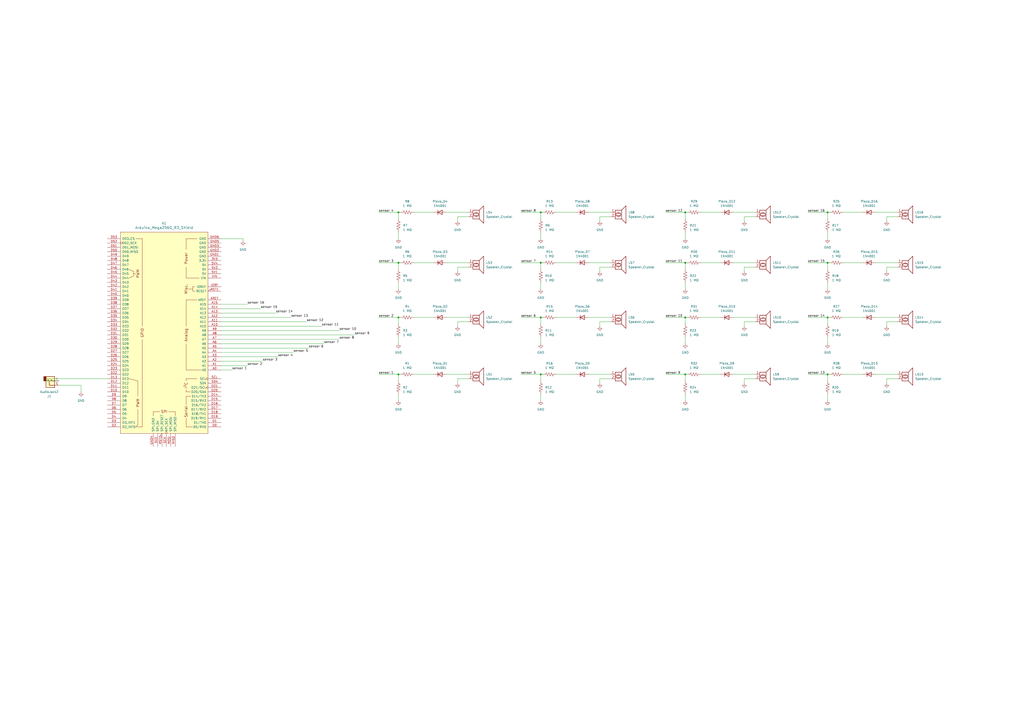
<source format=kicad_sch>
(kicad_sch (version 20230121) (generator eeschema)
  (paper "A2")
  (title_block (title "ENT3320_Schematic") (date "2024-03-21") (rev "3"))
  (lib_symbols
    (symbol "Connector_Audio:AudioJack2"
      (property "Reference" "J" (at 0 8.89 0))
      (property "Value" "AudioJack2" (at 0 6.35 0))
      (symbol "AudioJack2_0_1"
        (rectangle (start -3.81 0) (end -2.54 -2.54) (stroke (width 0.254)) (fill (type outline)))
        (rectangle (start -2.54 3.81) (end 2.54 -2.54) (stroke (width 0.254)) (fill (type background)))
        (polyline (pts (xy 0 0) (xy 0.635 -0.635) (xy 1.27 0) (xy 2.54 0)) (stroke (width 0.254)))
        (polyline (pts (xy 2.54 2.54) (xy -0.635 2.54) (xy -0.635 0) (xy -1.27 -0.635) (xy -1.905 0)) (stroke (width 0.254)))
      )
      (symbol "AudioJack2_1_1"
        (pin passive line (at 5.08 2.54 180) (length 2.54) (name "~") (number "S"))
        (pin passive line (at 5.08 0 180) (length 2.54) (name "~") (number "T"))
      )
    )
    (symbol "Device:R_US" (pin_numbers hide) (pin_names (offset 0))
      (property "Reference" "R" (at 2.54 0 90))
      (property "Value" "R_US" (at -2.54 0 90))
      (symbol "R_US_0_1"
        (polyline (pts (xy 0 -2.286) (xy 0 -2.54)))
        (polyline (pts (xy 0 2.286) (xy 0 2.54)))
        (polyline (pts (xy 0 -0.762) (xy 1.016 -1.143) (xy 0 -1.524) (xy -1.016 -1.905) (xy 0 -2.286)))
        (polyline (pts (xy 0 0.762) (xy 1.016 0.381) (xy 0 0) (xy -1.016 -0.381) (xy 0 -0.762)))
        (polyline (pts (xy 0 2.286) (xy 1.016 1.905) (xy 0 1.524) (xy -1.016 1.143) (xy 0 0.762)))
      )
      (symbol "R_US_1_1"
        (pin passive line (at 0 3.81 270) (length 1.27) (name "~") (number "1"))
        (pin passive line (at 0 -3.81 90) (length 1.27) (name "~") (number "2"))
      )
    )
    (symbol "Device:Speaker_Crystal" (pin_names (offset 0) hide)
      (property "Reference" "LS" (at 0.635 5.715 0))
      (property "Value" "Speaker_Crystal" (at 0.635 3.81 0))
      (symbol "Speaker_Crystal_0_0"
        (rectangle (start -2.54 1.27) (end 1.143 -3.81) (stroke (width 0.254)))
        (rectangle (start -2.032 -0.635) (end 0.635 -1.905) (stroke (width 0.254)))
        (polyline (pts (xy -1.651 -2.286) (xy 0.381 -2.286)))
        (polyline (pts (xy -1.651 -0.254) (xy 0.381 -0.254)))
        (polyline (pts (xy -0.635 -2.286) (xy -0.635 -3.048)))
        (polyline (pts (xy -0.635 -0.254) (xy -0.635 0.508)))
        (polyline (pts (xy 1.143 1.27) (xy 3.683 3.81) (xy 3.683 -6.35) (xy 1.143 -3.81)) (stroke (width 0.254)))
      )
      (symbol "Speaker_Crystal_1_1"
        (pin input line (at -5.08 0 0) (length 2.54) (name "1") (number "1"))
        (pin input line (at -5.08 -2.54 0) (length 2.54) (name "2") (number "2"))
      )
    )
    (symbol "Diode:1N4001" (pin_numbers hide) (pin_names hide)
      (property "Reference" "D" (at 0 2.54 0))
      (property "Value" "1N4001" (at 0 -2.54 0))
      (symbol "1N4001_0_1"
        (polyline (pts (xy -1.27 1.27) (xy -1.27 -1.27)) (stroke (width 0.254)))
        (polyline (pts (xy 1.27 0) (xy -1.27 0)))
        (polyline (pts (xy 1.27 1.27) (xy 1.27 -1.27) (xy -1.27 0) (xy 1.27 1.27)) (stroke (width 0.254)))
      )
      (symbol "1N4001_1_1"
        (pin passive line (at -3.81 0 0) (length 2.54) (name "K") (number "1"))
        (pin passive line (at 3.81 0 180) (length 2.54) (name "A") (number "2"))
      )
    )
    (symbol "PCM_arduino-library:Arduino_Mega2560_R3_Shield" (pin_names (offset 1.016))
      (property "Reference" "A" (at 0 -62.23 0))
      (property "Value" "Arduino_Mega2560_R3_Shield" (at 0 -66.04 0))
      (symbol "Arduino_Mega2560_R3_Shield_0_0"
        (rectangle (start -25.4 -58.42) (end 25.4 58.42) (fill (type background)))
        (rectangle (start -20.32 -31.75) (end -12.7 -31.75))
        (rectangle (start -19.05 -54.61) (end -12.7 -54.61))
        (rectangle (start -19.05 -19.05) (end -12.7 -19.05))
        (rectangle (start -19.05 26.67) (end -12.7 26.67))
        (rectangle (start -17.78 -26.67) (end -16.51 -26.67))
        (rectangle (start -17.78 -24.13) (end -16.51 -24.13))
        (rectangle (start -16.51 -25.4) (end -13.97 -25.4))
        (rectangle (start -16.51 -24.13) (end -16.51 -26.67))
        (rectangle (start -16.51 54.61) (end -12.7 54.61))
        (rectangle (start -15.24 34.29) (end -12.7 34.29))
        (rectangle (start -15.24 36.83) (end -12.7 36.83))
        (rectangle (start -12.7 -54.61) (end -12.7 -48.26))
        (rectangle (start -12.7 -31.75) (end -12.7 -38.1))
        (rectangle (start -12.7 26.67) (end -12.7 27.94))
        (rectangle (start -12.7 34.29) (end -12.7 33.02))
        (rectangle (start -12.7 41.91) (end -12.7 36.83))
        (rectangle (start -12.7 49.53) (end -12.7 54.61))
        (rectangle (start -6.35 48.26) (end -6.35 45.72))
        (rectangle (start -2.54 45.72) (end -6.35 45.72))
        (polyline (pts (xy -21.59 21.59) (xy -12.7 21.59)))
        (polyline (pts (xy -12.7 -19.05) (xy -12.7 -3.81)))
        (polyline (pts (xy -12.7 6.35) (xy -12.7 21.59)))
        (polyline (pts (xy 12.7 -54.61) (xy 16.51 -54.61)))
        (polyline (pts (xy 12.7 54.61) (xy 16.51 54.61)))
        (polyline (pts (xy 17.78 -34.29) (xy 16.51 -34.29)))
        (polyline (pts (xy 15.24 36.83) (xy 15.24 27.94) (xy 20.32 26.67)))
        (polyline (pts (xy 15.24 44.45) (xy 15.24 53.34) (xy 16.51 54.61)))
        (polyline (pts (xy 20.32 -31.75) (xy 17.78 -33.02) (xy 17.78 -35.56) (xy 20.32 -36.83)))
        (rectangle (start 6.35 45.72) (end 2.54 45.72))
        (rectangle (start 6.35 48.26) (end 6.35 45.72))
        (text "Analog" (at -12.7 1.27 900) (effects (font (size 1.524 1.524))))
        (text "I²C" (at -12.7 30.48 900) (effects (font (size 1.524 1.524))))
        (text "Misc." (at -12.7 -25.4 900) (effects (font (size 1.524 1.524))))
        (text "Power" (at -12.7 -43.18 900) (effects (font (size 1.524 1.524))))
        (text "PWM" (at 15.24 -34.29 900) (effects (font (size 1.524 1.524))))
        (text "PWM" (at 15.24 40.64 900) (effects (font (size 1.524 1.524))))
        (text "Serial" (at -12.7 45.72 900) (effects (font (size 1.524 1.524))))
        (text "SPI" (at 0 45.72 0) (effects (font (size 1.524 1.524))))
      )
      (symbol "Arduino_Mega2560_R3_Shield_1_0"
        (rectangle (start 12.7 -54.61) (end 12.7 -3.81))
        (rectangle (start 12.7 54.61) (end 12.7 3.81))
        (text "GPIO" (at 12.7 0 900) (effects (font (size 1.524 1.524))))
      )
      (symbol "Arduino_Mega2560_R3_Shield_1_1"
        (pin power_out line (at -33.02 -41.91 0) (length 7.62) (name "3.3V") (number "3V3"))
        (pin power_in line (at -33.02 -34.29 0) (length 7.62) (name "5V") (number "5V1"))
        (pin power_in line (at 3.81 66.04 270) (length 7.62) (name "SPI_5V") (number "5V2"))
        (pin power_in line (at -33.02 -36.83 0) (length 7.62) (name "5V") (number "5V3"))
        (pin power_in line (at -33.02 -39.37 0) (length 7.62) (name "5V") (number "5V4"))
        (pin bidirectional line (at -33.02 21.59 0) (length 7.62) (name "A0") (number "A0"))
        (pin bidirectional line (at -33.02 19.05 0) (length 7.62) (name "A1") (number "A1"))
        (pin bidirectional line (at -33.02 -3.81 0) (length 7.62) (name "A10") (number "A10"))
        (pin bidirectional line (at -33.02 -6.35 0) (length 7.62) (name "A11") (number "A11"))
        (pin bidirectional line (at -33.02 -8.89 0) (length 7.62) (name "A12") (number "A12"))
        (pin bidirectional line (at -33.02 -11.43 0) (length 7.62) (name "A13") (number "A13"))
        (pin bidirectional line (at -33.02 -13.97 0) (length 7.62) (name "A14") (number "A14"))
        (pin bidirectional line (at -33.02 -16.51 0) (length 7.62) (name "A15") (number "A15"))
        (pin bidirectional line (at -33.02 16.51 0) (length 7.62) (name "A2") (number "A2"))
        (pin bidirectional line (at -33.02 13.97 0) (length 7.62) (name "A3") (number "A3"))
        (pin bidirectional line (at -33.02 11.43 0) (length 7.62) (name "A4") (number "A4"))
        (pin bidirectional line (at -33.02 8.89 0) (length 7.62) (name "A5") (number "A5"))
        (pin bidirectional line (at -33.02 6.35 0) (length 7.62) (name "A6") (number "A6"))
        (pin bidirectional line (at -33.02 3.81 0) (length 7.62) (name "A7") (number "A7"))
        (pin bidirectional line (at -33.02 1.27 0) (length 7.62) (name "A8") (number "A8"))
        (pin bidirectional line (at -33.02 -1.27 0) (length 7.62) (name "A9") (number "A9"))
        (pin input line (at -33.02 -19.05 0) (length 7.62) (name "AREF") (number "AREF"))
        (pin bidirectional line (at -33.02 54.61 0) (length 7.62) (name "D0/RX0") (number "D0"))
        (pin bidirectional line (at -33.02 52.07 0) (length 7.62) (name "D1/TX0") (number "D1"))
        (pin bidirectional line (at 33.02 34.29 180) (length 7.62) (name "D10") (number "D10"))
        (pin bidirectional line (at 33.02 31.75 180) (length 7.62) (name "D11") (number "D11"))
        (pin bidirectional line (at 33.02 29.21 180) (length 7.62) (name "D12") (number "D12"))
        (pin bidirectional line (at 33.02 26.67 180) (length 7.62) (name "D13") (number "D13"))
        (pin bidirectional line (at -33.02 36.83 0) (length 7.62) (name "D14/TX3") (number "D14"))
        (pin bidirectional line (at -33.02 39.37 0) (length 7.62) (name "D15/RX3") (number "D15"))
        (pin bidirectional line (at -33.02 41.91 0) (length 7.62) (name "D16/TX2") (number "D16"))
        (pin bidirectional line (at -33.02 44.45 0) (length 7.62) (name "D17/RX2") (number "D17"))
        (pin bidirectional line (at -33.02 46.99 0) (length 7.62) (name "D18/TX1") (number "D18"))
        (pin bidirectional line (at -33.02 49.53 0) (length 7.62) (name "D19/RX1") (number "D19"))
        (pin bidirectional line (at 33.02 54.61 180) (length 7.62) (name "D2_INT0") (number "D2"))
        (pin bidirectional line (at -33.02 34.29 0) (length 7.62) (name "D20/SDA") (number "D20"))
        (pin bidirectional clock (at -33.02 31.75 0) (length 7.62) (name "D21/SCL") (number "D21"))
        (pin bidirectional line (at 33.02 24.13 180) (length 7.62) (name "D22") (number "D22"))
        (pin bidirectional line (at 33.02 21.59 180) (length 7.62) (name "D23") (number "D23"))
        (pin bidirectional line (at 33.02 19.05 180) (length 7.62) (name "D24") (number "D24"))
        (pin bidirectional line (at 33.02 16.51 180) (length 7.62) (name "D25") (number "D25"))
        (pin bidirectional line (at 33.02 13.97 180) (length 7.62) (name "D26") (number "D26"))
        (pin bidirectional line (at 33.02 11.43 180) (length 7.62) (name "D27") (number "D27"))
        (pin bidirectional line (at 33.02 8.89 180) (length 7.62) (name "D28") (number "D28"))
        (pin bidirectional line (at 33.02 6.35 180) (length 7.62) (name "D29") (number "D29"))
        (pin bidirectional line (at 33.02 52.07 180) (length 7.62) (name "D3_INT1") (number "D3"))
        (pin bidirectional line (at 33.02 3.81 180) (length 7.62) (name "D30") (number "D30"))
        (pin bidirectional line (at 33.02 1.27 180) (length 7.62) (name "D31") (number "D31"))
        (pin bidirectional line (at 33.02 -1.27 180) (length 7.62) (name "D32") (number "D32"))
        (pin bidirectional line (at 33.02 -3.81 180) (length 7.62) (name "D33") (number "D33"))
        (pin bidirectional line (at 33.02 -6.35 180) (length 7.62) (name "D34") (number "D34"))
        (pin bidirectional line (at 33.02 -8.89 180) (length 7.62) (name "D35") (number "D35"))
        (pin bidirectional line (at 33.02 -11.43 180) (length 7.62) (name "D36") (number "D36"))
        (pin bidirectional line (at 33.02 -13.97 180) (length 7.62) (name "D37") (number "D37"))
        (pin bidirectional line (at 33.02 -16.51 180) (length 7.62) (name "D38") (number "D38"))
        (pin bidirectional line (at 33.02 -19.05 180) (length 7.62) (name "D39") (number "D39"))
        (pin bidirectional line (at 33.02 49.53 180) (length 7.62) (name "D4") (number "D4"))
        (pin bidirectional line (at 33.02 -21.59 180) (length 7.62) (name "D40") (number "D40"))
        (pin bidirectional line (at 33.02 -24.13 180) (length 7.62) (name "D41") (number "D41"))
        (pin bidirectional line (at 33.02 -26.67 180) (length 7.62) (name "D42") (number "D42"))
        (pin bidirectional line (at 33.02 -29.21 180) (length 7.62) (name "D43") (number "D43"))
        (pin bidirectional line (at 33.02 -31.75 180) (length 7.62) (name "D44") (number "D44"))
        (pin bidirectional line (at 33.02 -34.29 180) (length 7.62) (name "D45") (number "D45"))
        (pin bidirectional line (at 33.02 -36.83 180) (length 7.62) (name "D46") (number "D46"))
        (pin bidirectional line (at 33.02 -39.37 180) (length 7.62) (name "D47") (number "D47"))
        (pin bidirectional line (at 33.02 -41.91 180) (length 7.62) (name "D48") (number "D48"))
        (pin bidirectional line (at 33.02 -44.45 180) (length 7.62) (name "D49") (number "D49"))
        (pin bidirectional line (at 33.02 46.99 180) (length 7.62) (name "D5") (number "D5"))
        (pin bidirectional line (at 33.02 -46.99 180) (length 7.62) (name "D50_MISO") (number "D50"))
        (pin bidirectional line (at 33.02 -49.53 180) (length 7.62) (name "D51_MOSI") (number "D51"))
        (pin bidirectional clock (at 33.02 -52.07 180) (length 7.62) (name "D52_SCK") (number "D52"))
        (pin bidirectional line (at 33.02 -54.61 180) (length 7.62) (name "D53_CS") (number "D53"))
        (pin bidirectional line (at 33.02 44.45 180) (length 7.62) (name "D6") (number "D6"))
        (pin bidirectional line (at 33.02 41.91 180) (length 7.62) (name "D7") (number "D7"))
        (pin bidirectional line (at 33.02 39.37 180) (length 7.62) (name "D8") (number "D8"))
        (pin bidirectional line (at 33.02 36.83 180) (length 7.62) (name "D9") (number "D9"))
        (pin power_in line (at -33.02 -44.45 0) (length 7.62) (name "GND") (number "GND1"))
        (pin power_in line (at -33.02 -46.99 0) (length 7.62) (name "GND") (number "GND2"))
        (pin power_in line (at -33.02 -49.53 0) (length 7.62) (name "GND") (number "GND3"))
        (pin power_in line (at 6.35 66.04 270) (length 7.62) (name "SPI_GND") (number "GND4"))
        (pin power_in line (at -33.02 -52.07 0) (length 7.62) (name "GND") (number "GND5"))
        (pin power_in line (at -33.02 -54.61 0) (length 7.62) (name "GND") (number "GND6"))
        (pin output line (at -33.02 -26.67 0) (length 7.62) (name "IOREF") (number "IORF"))
        (pin input line (at -6.35 66.04 270) (length 7.62) (name "SPI_MISO") (number "MISO"))
        (pin output line (at -3.81 66.04 270) (length 7.62) (name "SPI_MOSI") (number "MOSI"))
        (pin open_collector input_low (at -33.02 -24.13 0) (length 7.62) (name "RESET") (number "RST1"))
        (pin open_collector input_low (at 1.27 66.04 270) (length 7.62) (name "SPI_RESET") (number "RST2"))
        (pin output clock (at -1.27 66.04 270) (length 7.62) (name "SPI_SCK") (number "SCK"))
        (pin bidirectional clock (at -33.02 26.67 0) (length 7.62) (name "SCL") (number "SCL"))
        (pin bidirectional line (at -33.02 29.21 0) (length 7.62) (name "SDA") (number "SDA"))
        (pin power_in line (at -33.02 -31.75 0) (length 7.62) (name "VIN") (number "VIN"))
      )
    )
    (symbol "power:GND" (power) (pin_names (offset 0))
      (property "Value" "GND" (at 0 -3.81 0))
      (symbol "GND_0_1"
        (polyline (pts (xy 0 0) (xy 0 -1.27) (xy 1.27 -1.27) (xy 0 -2.54) (xy -1.27 -1.27) (xy 0 -1.27)))
      )
      (symbol "GND_1_1"
        (pin power_in line (at 0 0 270) (length 0) hide (name "GND") (number "1"))
      )
    )
  )
  (junction (at 313.69 123.19))
  (junction (at 480.06 217.17))
  (junction (at 231.14 152.4))
  (junction (at 480.06 123.19))
  (junction (at 313.69 152.4))
  (junction (at 231.14 217.17))
  (junction (at 231.14 184.15))
  (junction (at 397.51 217.17))
  (junction (at 480.06 184.15))
  (junction (at 313.69 217.17))
  (junction (at 231.14 123.19))
  (junction (at 397.51 152.4))
  (junction (at 480.06 152.4))
  (junction (at 313.69 184.15))
  (junction (at 397.51 184.15))
  (junction (at 397.51 123.19))
  (wire (pts (xy 259.08 184.15) (xy 271.78 184.15)))
  (wire (pts (xy 231.14 152.4) (xy 231.14 156.21)))
  (wire (pts (xy 488.95 217.17) (xy 500.38 217.17)))
  (wire (pts (xy 468.63 184.15) (xy 480.06 184.15)))
  (wire (pts (xy 322.58 217.17) (xy 334.01 217.17)))
  (wire (pts (xy 231.14 152.4) (xy 232.41 152.4)))
  (wire (pts (xy 313.69 123.19) (xy 313.69 127)))
  (wire (pts (xy 313.69 228.6) (xy 313.69 232.41)))
  (wire (pts (xy 425.45 152.4) (xy 438.15 152.4)))
  (wire (pts (xy 313.69 152.4) (xy 314.96 152.4)))
  (wire (pts (xy 341.63 217.17) (xy 354.33 217.17)))
  (wire (pts (xy 347.98 154.94) (xy 347.98 157.48)))
  (wire (pts (xy 271.78 125.73) (xy 265.43 125.73)))
  (wire (pts (xy 231.14 123.19) (xy 231.14 127)))
  (wire (pts (xy 219.71 184.15) (xy 231.14 184.15)))
  (wire (pts (xy 302.26 184.15) (xy 313.69 184.15)))
  (wire (pts (xy 468.63 152.4) (xy 480.06 152.4)))
  (wire (pts (xy 488.95 123.19) (xy 500.38 123.19)))
  (wire (pts (xy 397.51 217.17) (xy 398.78 217.17)))
  (wire (pts (xy 259.08 217.17) (xy 271.78 217.17)))
  (wire (pts (xy 397.51 217.17) (xy 397.51 220.98)))
  (wire (pts (xy 265.43 186.69) (xy 265.43 189.23)))
  (wire (pts (xy 520.7 186.69) (xy 514.35 186.69)))
  (wire (pts (xy 128.27 186.69) (xy 177.8 186.69)))
  (wire (pts (xy 341.63 152.4) (xy 354.33 152.4)))
  (wire (pts (xy 397.51 228.6) (xy 397.51 232.41)))
  (wire (pts (xy 302.26 123.19) (xy 313.69 123.19)))
  (wire (pts (xy 128.27 179.07) (xy 151.13 179.07)))
  (wire (pts (xy 34.29 220.98) (xy 25.4 220.98)))
  (wire (pts (xy 46.99 223.52) (xy 46.99 227.33)))
  (wire (pts (xy 265.43 154.94) (xy 265.43 157.48)))
  (wire (pts (xy 240.03 217.17) (xy 251.46 217.17)))
  (wire (pts (xy 128.27 191.77) (xy 196.85 191.77)))
  (wire (pts (xy 128.27 189.23) (xy 186.69 189.23)))
  (wire (pts (xy 271.78 154.94) (xy 265.43 154.94)))
  (wire (pts (xy 431.8 125.73) (xy 431.8 128.27)))
  (wire (pts (xy 140.97 138.43) (xy 140.97 139.7)))
  (wire (pts (xy 431.8 154.94) (xy 431.8 157.48)))
  (wire (pts (xy 347.98 125.73) (xy 347.98 128.27)))
  (wire (pts (xy 438.15 219.71) (xy 431.8 219.71)))
  (wire (pts (xy 488.95 184.15) (xy 500.38 184.15)))
  (wire (pts (xy 240.03 184.15) (xy 251.46 184.15)))
  (wire (pts (xy 354.33 186.69) (xy 347.98 186.69)))
  (wire (pts (xy 406.4 184.15) (xy 417.83 184.15)))
  (wire (pts (xy 231.14 163.83) (xy 231.14 167.64)))
  (wire (pts (xy 425.45 184.15) (xy 438.15 184.15)))
  (wire (pts (xy 259.08 123.19) (xy 271.78 123.19)))
  (wire (pts (xy 231.14 217.17) (xy 231.14 220.98)))
  (wire (pts (xy 128.27 181.61) (xy 160.02 181.61)))
  (wire (pts (xy 397.51 163.83) (xy 397.51 167.64)))
  (wire (pts (xy 128.27 204.47) (xy 170.18 204.47)))
  (wire (pts (xy 488.95 152.4) (xy 500.38 152.4)))
  (wire (pts (xy 128.27 196.85) (xy 196.85 196.85)))
  (wire (pts (xy 386.08 217.17) (xy 397.51 217.17)))
  (wire (pts (xy 322.58 184.15) (xy 334.01 184.15)))
  (wire (pts (xy 397.51 152.4) (xy 398.78 152.4)))
  (wire (pts (xy 219.71 123.19) (xy 231.14 123.19)))
  (wire (pts (xy 508 184.15) (xy 520.7 184.15)))
  (wire (pts (xy 438.15 125.73) (xy 431.8 125.73)))
  (wire (pts (xy 341.63 123.19) (xy 354.33 123.19)))
  (wire (pts (xy 514.35 125.73) (xy 514.35 128.27)))
  (wire (pts (xy 354.33 219.71) (xy 347.98 219.71)))
  (wire (pts (xy 397.51 184.15) (xy 397.51 187.96)))
  (wire (pts (xy 431.8 186.69) (xy 431.8 189.23)))
  (wire (pts (xy 128.27 212.09) (xy 143.51 212.09)))
  (wire (pts (xy 480.06 134.62) (xy 480.06 138.43)))
  (wire (pts (xy 397.51 123.19) (xy 398.78 123.19)))
  (wire (pts (xy 313.69 123.19) (xy 314.96 123.19)))
  (wire (pts (xy 302.26 152.4) (xy 313.69 152.4)))
  (wire (pts (xy 128.27 201.93) (xy 179.07 201.93)))
  (wire (pts (xy 397.51 134.62) (xy 397.51 138.43)))
  (wire (pts (xy 128.27 209.55) (xy 152.4 209.55)))
  (wire (pts (xy 25.4 220.98) (xy 25.4 219.71)))
  (wire (pts (xy 313.69 163.83) (xy 313.69 167.64)))
  (wire (pts (xy 514.35 154.94) (xy 514.35 157.48)))
  (wire (pts (xy 231.14 228.6) (xy 231.14 232.41)))
  (wire (pts (xy 480.06 152.4) (xy 480.06 156.21)))
  (wire (pts (xy 231.14 184.15) (xy 232.41 184.15)))
  (wire (pts (xy 347.98 219.71) (xy 347.98 222.25)))
  (wire (pts (xy 468.63 217.17) (xy 480.06 217.17)))
  (wire (pts (xy 480.06 217.17) (xy 480.06 220.98)))
  (wire (pts (xy 128.27 176.53) (xy 143.51 176.53)))
  (wire (pts (xy 480.06 123.19) (xy 481.33 123.19)))
  (wire (pts (xy 406.4 123.19) (xy 417.83 123.19)))
  (wire (pts (xy 313.69 152.4) (xy 313.69 156.21)))
  (wire (pts (xy 480.06 152.4) (xy 481.33 152.4)))
  (wire (pts (xy 480.06 217.17) (xy 481.33 217.17)))
  (wire (pts (xy 259.08 152.4) (xy 271.78 152.4)))
  (wire (pts (xy 313.69 184.15) (xy 313.69 187.96)))
  (wire (pts (xy 386.08 184.15) (xy 397.51 184.15)))
  (wire (pts (xy 231.14 184.15) (xy 231.14 187.96)))
  (wire (pts (xy 480.06 163.83) (xy 480.06 167.64)))
  (wire (pts (xy 231.14 195.58) (xy 231.14 199.39)))
  (wire (pts (xy 128.27 214.63) (xy 134.62 214.63)))
  (wire (pts (xy 265.43 219.71) (xy 265.43 222.25)))
  (wire (pts (xy 438.15 154.94) (xy 431.8 154.94)))
  (wire (pts (xy 438.15 186.69) (xy 431.8 186.69)))
  (wire (pts (xy 240.03 123.19) (xy 251.46 123.19)))
  (wire (pts (xy 406.4 152.4) (xy 417.83 152.4)))
  (wire (pts (xy 397.51 184.15) (xy 398.78 184.15)))
  (wire (pts (xy 406.4 217.17) (xy 417.83 217.17)))
  (wire (pts (xy 480.06 228.6) (xy 480.06 232.41)))
  (wire (pts (xy 341.63 184.15) (xy 354.33 184.15)))
  (wire (pts (xy 386.08 152.4) (xy 397.51 152.4)))
  (wire (pts (xy 219.71 217.17) (xy 231.14 217.17)))
  (wire (pts (xy 128.27 207.01) (xy 161.29 207.01)))
  (wire (pts (xy 231.14 217.17) (xy 232.41 217.17)))
  (wire (pts (xy 322.58 123.19) (xy 334.01 123.19)))
  (wire (pts (xy 128.27 138.43) (xy 140.97 138.43)))
  (wire (pts (xy 231.14 123.19) (xy 232.41 123.19)))
  (wire (pts (xy 354.33 154.94) (xy 347.98 154.94)))
  (wire (pts (xy 431.8 219.71) (xy 431.8 222.25)))
  (wire (pts (xy 480.06 123.19) (xy 480.06 127)))
  (wire (pts (xy 322.58 152.4) (xy 334.01 152.4)))
  (wire (pts (xy 508 123.19) (xy 520.7 123.19)))
  (wire (pts (xy 520.7 219.71) (xy 514.35 219.71)))
  (wire (pts (xy 313.69 217.17) (xy 313.69 220.98)))
  (wire (pts (xy 508 152.4) (xy 520.7 152.4)))
  (wire (pts (xy 397.51 152.4) (xy 397.51 156.21)))
  (wire (pts (xy 128.27 184.15) (xy 168.91 184.15)))
  (wire (pts (xy 468.63 123.19) (xy 480.06 123.19)))
  (wire (pts (xy 347.98 186.69) (xy 347.98 189.23)))
  (wire (pts (xy 520.7 125.73) (xy 514.35 125.73)))
  (wire (pts (xy 520.7 154.94) (xy 514.35 154.94)))
  (wire (pts (xy 313.69 195.58) (xy 313.69 199.39)))
  (wire (pts (xy 313.69 134.62) (xy 313.69 138.43)))
  (wire (pts (xy 480.06 195.58) (xy 480.06 199.39)))
  (wire (pts (xy 480.06 184.15) (xy 480.06 187.96)))
  (wire (pts (xy 397.51 195.58) (xy 397.51 199.39)))
  (wire (pts (xy 219.71 152.4) (xy 231.14 152.4)))
  (wire (pts (xy 265.43 125.73) (xy 265.43 128.27)))
  (wire (pts (xy 271.78 219.71) (xy 265.43 219.71)))
  (wire (pts (xy 128.27 194.31) (xy 205.74 194.31)))
  (wire (pts (xy 425.45 217.17) (xy 438.15 217.17)))
  (wire (pts (xy 425.45 123.19) (xy 438.15 123.19)))
  (wire (pts (xy 128.27 199.39) (xy 187.96 199.39)))
  (wire (pts (xy 514.35 186.69) (xy 514.35 189.23)))
  (wire (pts (xy 313.69 217.17) (xy 314.96 217.17)))
  (wire (pts (xy 34.29 223.52) (xy 46.99 223.52)))
  (wire (pts (xy 313.69 184.15) (xy 314.96 184.15)))
  (wire (pts (xy 480.06 184.15) (xy 481.33 184.15)))
  (wire (pts (xy 271.78 186.69) (xy 265.43 186.69)))
  (wire (pts (xy 397.51 123.19) (xy 397.51 127)))
  (wire (pts (xy 25.4 219.71) (xy 62.23 219.71)))
  (wire (pts (xy 508 217.17) (xy 520.7 217.17)))
  (wire (pts (xy 302.26 217.17) (xy 313.69 217.17)))
  (wire (pts (xy 514.35 219.71) (xy 514.35 222.25)))
  (wire (pts (xy 240.03 152.4) (xy 251.46 152.4)))
  (wire (pts (xy 354.33 125.73) (xy 347.98 125.73)))
  (wire (pts (xy 231.14 134.62) (xy 231.14 138.43)))
  (wire (pts (xy 386.08 123.19) (xy 397.51 123.19)))
  (label "sensor 7" (at 187.96 199.39 0))
  (label "sensor 4" (at 219.71 123.19 0))
  (label "sensor 15" (at 468.63 152.4 0))
  (label "sensor 6" (at 179.07 201.93 0))
  (label "sensor 6" (at 302.26 184.15 0))
  (label "sensor 16" (at 468.63 123.19 0))
  (label "sensor 14" (at 160.02 181.61 0))
  (label "sensor 7" (at 302.26 152.4 0))
  (label "sensor 15" (at 151.13 179.07 0))
  (label "sensor 2" (at 143.51 212.09 0))
  (label "sensor 13" (at 468.63 217.17 0))
  (label "sensor 10" (at 386.08 184.15 0))
  (label "sensor 2" (at 219.71 184.15 0))
  (label "sensor 9" (at 386.08 217.17 0))
  (label "sensor 13" (at 168.91 184.15 0))
  (label "sensor 4" (at 161.29 207.01 0))
  (label "sensor 1" (at 134.62 214.63 0))
  (label "sensor 12" (at 177.8 186.69 0))
  (label "sensor 8" (at 302.26 123.19 0))
  (label "sensor 1" (at 219.71 217.17 0))
  (label "sensor 5" (at 170.18 204.47 0))
  (label "sensor 5" (at 302.26 217.17 0))
  (label "sensor 3" (at 219.71 152.4 0))
  (label "sensor 14" (at 468.63 184.15 0))
  (label "sensor 12" (at 386.08 123.19 0))
  (label "sensor 11" (at 386.08 152.4 0))
  (label "sensor 16" (at 143.51 176.53 0))
  (label "sensor 8" (at 196.85 196.85 0))
  (label "sensor 11" (at 186.69 189.23 0))
  (label "sensor 3" (at 152.4 209.55 0))
  (label "sensor 9" (at 205.74 194.31 0))
  (label "sensor 10" (at 196.85 191.77 0))
  (symbol (lib_id "power:GND") (at 514.35 128.27 0) (unit 1)
    (property "Reference" "#PWR027" (effects hide))
    (property "Value" "GND" (at 514.35 133.35 0))
  )
  (symbol (lib_id "power:GND") (at 480.06 138.43 0) (unit 1)
    (property "Reference" "#PWR019" (effects hide))
    (property "Value" "GND" (at 480.06 143.51 0))
  )
  (symbol (lib_id "power:GND") (at 431.8 128.27 0) (unit 1)
    (property "Reference" "#PWR031" (effects hide))
    (property "Value" "GND" (at 431.8 133.35 0))
  )
  (symbol (lib_id "power:GND") (at 480.06 232.41 0) (unit 1)
    (property "Reference" "#PWR022" (effects hide))
    (property "Value" "GND" (at 480.06 237.49 0))
  )
  (symbol (lib_id "Diode:1N4001") (at 504.19 217.17 0) (unit 1)
    (property "Reference" "Piezo_D13" (at 504.19 210.82 0))
    (property "Value" "1N4001" (at 504.19 213.36 0))
    (property "Footprint" "Diode_THT:D_DO-41_SOD81_P10.16mm_Horizontal" (effects hide))
    (property "Datasheet" "http://www.vishay.com/docs/88503/1n4001.pdf" (effects hide))
    (property "Sim.Device" "D" (effects hide))
    (property "Sim.Pins" "1=K 2=A" (effects hide))
  )
  (symbol (lib_id "Device:Speaker_Crystal") (at 359.41 152.4 0) (unit 1)
    (property "Reference" "LS7" (at 364.49 152.4 0) (effects (justify left)))
    (property "Value" "Speaker_Crystal" (at 364.49 154.94 0) (effects (justify left)))
  )
  (symbol (lib_id "Device:Speaker_Crystal") (at 359.41 123.19 0) (unit 1)
    (property "Reference" "LS8" (at 364.49 123.19 0) (effects (justify left)))
    (property "Value" "Speaker_Crystal" (at 364.49 125.73 0) (effects (justify left)))
  )
  (symbol (lib_id "Device:R_US") (at 402.59 184.15 90) (unit 1)
    (property "Reference" "R31" (at 402.59 177.8 90))
    (property "Value" "1 MΩ" (at 402.59 180.34 90))
  )
  (symbol (lib_id "Device:Speaker_Crystal") (at 276.86 152.4 0) (unit 1)
    (property "Reference" "LS3" (at 281.94 152.4 0) (effects (justify left)))
    (property "Value" "Speaker_Crystal" (at 281.94 154.94 0) (effects (justify left)))
  )
  (symbol (lib_id "Device:Speaker_Crystal") (at 276.86 217.17 0) (unit 1)
    (property "Reference" "LS1" (at 281.94 217.17 0) (effects (justify left)))
    (property "Value" "Speaker_Crystal" (at 281.94 219.71 0) (effects (justify left)))
  )
  (symbol (lib_id "Device:R_US") (at 236.22 123.19 90) (unit 1)
    (property "Reference" "R8" (at 236.22 116.84 90))
    (property "Value" "1 MΩ" (at 236.22 119.38 90))
  )
  (symbol (lib_id "Device:R_US") (at 397.51 130.81 0) (unit 1)
    (property "Reference" "R21" (at 400.05 130.81 0) (effects (justify left)))
    (property "Value" "1 MΩ" (at 400.05 133.35 0) (effects (justify left)))
  )
  (symbol (lib_id "Device:Speaker_Crystal") (at 359.41 217.17 0) (unit 1)
    (property "Reference" "LS5" (at 364.49 217.17 0) (effects (justify left)))
    (property "Value" "Speaker_Crystal" (at 364.49 219.71 0) (effects (justify left)))
  )
  (symbol (lib_id "Device:R_US") (at 485.14 217.17 90) (unit 1)
    (property "Reference" "R28" (at 485.14 210.82 90))
    (property "Value" "1 MΩ" (at 485.14 213.36 90))
  )
  (symbol (lib_id "power:GND") (at 231.14 167.64 0) (unit 1)
    (property "Reference" "#PWR06" (effects hide))
    (property "Value" "GND" (at 231.14 172.72 0))
  )
  (symbol (lib_id "Device:R_US") (at 313.69 224.79 0) (unit 1)
    (property "Reference" "R12" (at 316.23 224.79 0) (effects (justify left)))
    (property "Value" "1 MΩ" (at 316.23 227.33 0) (effects (justify left)))
  )
  (symbol (lib_id "Device:R_US") (at 485.14 123.19 90) (unit 1)
    (property "Reference" "R25" (at 485.14 116.84 90))
    (property "Value" "1 MΩ" (at 485.14 119.38 90))
  )
  (symbol (lib_id "Device:R_US") (at 402.59 152.4 90) (unit 1)
    (property "Reference" "R30" (at 402.59 146.05 90))
    (property "Value" "1 MΩ" (at 402.59 148.59 90))
  )
  (symbol (lib_id "power:GND") (at 347.98 128.27 0) (unit 1)
    (property "Reference" "#PWR015" (effects hide))
    (property "Value" "GND" (at 347.98 133.35 0))
  )
  (symbol (lib_id "Device:R_US") (at 236.22 184.15 90) (unit 1)
    (property "Reference" "R4" (at 236.22 177.8 90))
    (property "Value" "1 MΩ" (at 236.22 180.34 90))
  )
  (symbol (lib_id "power:GND") (at 265.43 222.25 0) (unit 1)
    (property "Reference" "#PWR03" (effects hide))
    (property "Value" "GND" (at 265.43 227.33 0))
  )
  (symbol (lib_id "Device:R_US") (at 318.77 184.15 90) (unit 1)
    (property "Reference" "R15" (at 318.77 177.8 90))
    (property "Value" "1 MΩ" (at 318.77 180.34 90))
  )
  (symbol (lib_id "Diode:1N4001") (at 421.64 184.15 0) (unit 1)
    (property "Reference" "Piezo_D10" (at 421.64 177.8 0))
    (property "Value" "1N4001" (at 421.64 180.34 0))
    (property "Footprint" "Diode_THT:D_DO-41_SOD81_P10.16mm_Horizontal" (effects hide))
    (property "Datasheet" "http://www.vishay.com/docs/88503/1n4001.pdf" (effects hide))
    (property "Sim.Device" "D" (effects hide))
    (property "Sim.Pins" "1=K 2=A" (effects hide))
  )
  (symbol (lib_id "Device:R_US") (at 397.51 191.77 0) (unit 1)
    (property "Reference" "R23" (at 400.05 191.77 0) (effects (justify left)))
    (property "Value" "1 MΩ" (at 400.05 194.31 0) (effects (justify left)))
  )
  (symbol (lib_id "power:GND") (at 265.43 189.23 0) (unit 1)
    (property "Reference" "#PWR05" (effects hide))
    (property "Value" "GND" (at 265.43 194.31 0))
  )
  (symbol (lib_id "Device:Speaker_Crystal") (at 443.23 217.17 0) (unit 1)
    (property "Reference" "LS9" (at 448.31 217.17 0) (effects (justify left)))
    (property "Value" "Speaker_Crystal" (at 448.31 219.71 0) (effects (justify left)))
  )
  (symbol (lib_id "Diode:1N4001") (at 421.64 123.19 0) (unit 1)
    (property "Reference" "Piezo_D12" (at 421.64 116.84 0))
    (property "Value" "1N4001" (at 421.64 119.38 0))
    (property "Footprint" "Diode_THT:D_DO-41_SOD81_P10.16mm_Horizontal" (effects hide))
    (property "Datasheet" "http://www.vishay.com/docs/88503/1n4001.pdf" (effects hide))
    (property "Sim.Device" "D" (effects hide))
    (property "Sim.Pins" "1=K 2=A" (effects hide))
  )
  (symbol (lib_id "Device:Speaker_Crystal") (at 443.23 152.4 0) (unit 1)
    (property "Reference" "LS11" (at 448.31 152.4 0) (effects (justify left)))
    (property "Value" "Speaker_Crystal" (at 448.31 154.94 0) (effects (justify left)))
  )
  (symbol (lib_id "Device:Speaker_Crystal") (at 525.78 217.17 0) (unit 1)
    (property "Reference" "LS13" (at 530.86 217.17 0) (effects (justify left)))
    (property "Value" "Speaker_Crystal" (at 530.86 219.71 0) (effects (justify left)))
  )
  (symbol (lib_id "Device:R_US") (at 236.22 217.17 90) (unit 1)
    (property "Reference" "R1" (at 236.22 210.82 90))
    (property "Value" "1 MΩ" (at 236.22 213.36 90))
  )
  (symbol (lib_id "power:GND") (at 514.35 222.25 0) (unit 1)
    (property "Reference" "#PWR030" (effects hide))
    (property "Value" "GND" (at 514.35 227.33 0))
  )
  (symbol (lib_id "Device:R_US") (at 318.77 123.19 90) (unit 1)
    (property "Reference" "R13" (at 318.77 116.84 90))
    (property "Value" "1 MΩ" (at 318.77 119.38 90))
  )
  (symbol (lib_id "power:GND") (at 231.14 199.39 0) (unit 1)
    (property "Reference" "#PWR04" (effects hide))
    (property "Value" "GND" (at 231.14 204.47 0))
  )
  (symbol (lib_id "power:GND") (at 46.99 227.33 0) (unit 1)
    (property "Reference" "#PWR013" (effects hide))
    (property "Value" "GND" (at 46.99 232.41 0))
  )
  (symbol (lib_id "power:GND") (at 313.69 232.41 0) (unit 1)
    (property "Reference" "#PWR014" (effects hide))
    (property "Value" "GND" (at 313.69 237.49 0))
  )
  (symbol (lib_id "Device:R_US") (at 231.14 130.81 0) (unit 1)
    (property "Reference" "R7" (at 233.68 130.81 0) (effects (justify left)))
    (property "Value" "1 MΩ" (at 233.68 133.35 0) (effects (justify left)))
  )
  (symbol (lib_id "Device:Speaker_Crystal") (at 525.78 184.15 0) (unit 1)
    (property "Reference" "LS14" (at 530.86 184.15 0) (effects (justify left)))
    (property "Value" "Speaker_Crystal" (at 530.86 186.69 0) (effects (justify left)))
  )
  (symbol (lib_id "Diode:1N4001") (at 255.27 123.19 0) (unit 1)
    (property "Reference" "Piezo_D4" (at 255.27 116.84 0))
    (property "Value" "1N4001" (at 255.27 119.38 0))
    (property "Footprint" "Diode_THT:D_DO-41_SOD81_P10.16mm_Horizontal" (effects hide))
    (property "Datasheet" "http://www.vishay.com/docs/88503/1n4001.pdf" (effects hide))
    (property "Sim.Device" "D" (effects hide))
    (property "Sim.Pins" "1=K 2=A" (effects hide))
  )
  (symbol (lib_id "Device:Speaker_Crystal") (at 276.86 184.15 0) (unit 1)
    (property "Reference" "LS2" (at 281.94 184.15 0) (effects (justify left)))
    (property "Value" "Speaker_Crystal" (at 281.94 186.69 0) (effects (justify left)))
  )
  (symbol (lib_id "Diode:1N4001") (at 337.82 152.4 0) (unit 1)
    (property "Reference" "Piezo_D7" (at 337.82 146.05 0))
    (property "Value" "1N4001" (at 337.82 148.59 0))
    (property "Footprint" "Diode_THT:D_DO-41_SOD81_P10.16mm_Horizontal" (effects hide))
    (property "Datasheet" "http://www.vishay.com/docs/88503/1n4001.pdf" (effects hide))
    (property "Sim.Device" "D" (effects hide))
    (property "Sim.Pins" "1=K 2=A" (effects hide))
  )
  (symbol (lib_id "power:GND") (at 265.43 128.27 0) (unit 1)
    (property "Reference" "#PWR09" (effects hide))
    (property "Value" "GND" (at 265.43 133.35 0))
  )
  (symbol (lib_id "Diode:1N4001") (at 504.19 123.19 0) (unit 1)
    (property "Reference" "Piezo_D16" (at 504.19 116.84 0))
    (property "Value" "1N4001" (at 504.19 119.38 0))
    (property "Footprint" "Diode_THT:D_DO-41_SOD81_P10.16mm_Horizontal" (effects hide))
    (property "Datasheet" "http://www.vishay.com/docs/88503/1n4001.pdf" (effects hide))
    (property "Sim.Device" "D" (effects hide))
    (property "Sim.Pins" "1=K 2=A" (effects hide))
  )
  (symbol (lib_id "Device:Speaker_Crystal") (at 525.78 123.19 0) (unit 1)
    (property "Reference" "LS16" (at 530.86 123.19 0) (effects (justify left)))
    (property "Value" "Speaker_Crystal" (at 530.86 125.73 0) (effects (justify left)))
  )
  (symbol (lib_id "Diode:1N4001") (at 421.64 217.17 0) (unit 1)
    (property "Reference" "Piezo_D9" (at 421.64 210.82 0))
    (property "Value" "1N4001" (at 421.64 213.36 0))
    (property "Footprint" "Diode_THT:D_DO-41_SOD81_P10.16mm_Horizontal" (effects hide))
    (property "Datasheet" "http://www.vishay.com/docs/88503/1n4001.pdf" (effects hide))
    (property "Sim.Device" "D" (effects hide))
    (property "Sim.Pins" "1=K 2=A" (effects hide))
  )
  (symbol (lib_id "PCM_arduino-library:Arduino_Mega2560_R3_Shield") (at 95.25 193.04 180) (unit 1)
    (property "Reference" "A1" (at 95.25 129.54 0) (effects (font (size 1.524 1.524))))
    (property "Value" "Arduino_Mega2560_R3_Shield" (at 95.25 132.08 0) (effects (font (size 1.524 1.524))))
    (property "Footprint" "PCM_arduino-library:Arduino_Mega2560_R3_Shield" (effects hide))
    (property "Datasheet" "https://docs.arduino.cc/hardware/mega-2560" (effects hide))
  )
  (symbol (lib_id "power:GND") (at 480.06 199.39 0) (unit 1)
    (property "Reference" "#PWR021" (effects hide))
    (property "Value" "GND" (at 480.06 204.47 0))
  )
  (symbol (lib_id "Device:Speaker_Crystal") (at 525.78 152.4 0) (unit 1)
    (property "Reference" "LS15" (at 530.86 152.4 0) (effects (justify left)))
    (property "Value" "Speaker_Crystal" (at 530.86 154.94 0) (effects (justify left)))
  )
  (symbol (lib_id "Device:R_US") (at 402.59 217.17 90) (unit 1)
    (property "Reference" "R32" (at 402.59 210.82 90))
    (property "Value" "1 MΩ" (at 402.59 213.36 90))
  )
  (symbol (lib_id "power:GND") (at 313.69 138.43 0) (unit 1)
    (property "Reference" "#PWR010" (effects hide))
    (property "Value" "GND" (at 313.69 143.51 0))
  )
  (symbol (lib_id "Device:R_US") (at 480.06 191.77 0) (unit 1)
    (property "Reference" "R19" (at 482.6 191.77 0) (effects (justify left)))
    (property "Value" "1 MΩ" (at 482.6 194.31 0) (effects (justify left)))
  )
  (symbol (lib_id "Device:R_US") (at 397.51 224.79 0) (unit 1)
    (property "Reference" "R24" (at 400.05 224.79 0) (effects (justify left)))
    (property "Value" "1 MΩ" (at 400.05 227.33 0) (effects (justify left)))
  )
  (symbol (lib_id "Diode:1N4001") (at 255.27 152.4 0) (unit 1)
    (property "Reference" "Piezo_D3" (at 255.27 146.05 0))
    (property "Value" "1N4001" (at 255.27 148.59 0))
    (property "Footprint" "Diode_THT:D_DO-41_SOD81_P10.16mm_Horizontal" (effects hide))
    (property "Datasheet" "http://www.vishay.com/docs/88503/1n4001.pdf" (effects hide))
    (property "Sim.Device" "D" (effects hide))
    (property "Sim.Pins" "1=K 2=A" (effects hide))
  )
  (symbol (lib_id "Device:R_US") (at 231.14 191.77 0) (unit 1)
    (property "Reference" "R3" (at 233.68 191.77 0) (effects (justify left)))
    (property "Value" "1 MΩ" (at 233.68 194.31 0) (effects (justify left)))
  )
  (symbol (lib_id "Device:Speaker_Crystal") (at 276.86 123.19 0) (unit 1)
    (property "Reference" "LS4" (at 281.94 123.19 0) (effects (justify left)))
    (property "Value" "Speaker_Crystal" (at 281.94 125.73 0) (effects (justify left)))
  )
  (symbol (lib_id "power:GND") (at 514.35 189.23 0) (unit 1)
    (property "Reference" "#PWR029" (effects hide))
    (property "Value" "GND" (at 514.35 194.31 0))
  )
  (symbol (lib_id "power:GND") (at 231.14 232.41 0) (unit 1)
    (property "Reference" "#PWR02" (effects hide))
    (property "Value" "GND" (at 231.14 237.49 0))
  )
  (symbol (lib_id "Device:R_US") (at 318.77 217.17 90) (unit 1)
    (property "Reference" "R16" (at 318.77 210.82 90))
    (property "Value" "1 MΩ" (at 318.77 213.36 90))
  )
  (symbol (lib_id "Device:R_US") (at 313.69 191.77 0) (unit 1)
    (property "Reference" "R11" (at 316.23 191.77 0) (effects (justify left)))
    (property "Value" "1 MΩ" (at 316.23 194.31 0) (effects (justify left)))
  )
  (symbol (lib_id "power:GND") (at 397.51 138.43 0) (unit 1)
    (property "Reference" "#PWR023" (effects hide))
    (property "Value" "GND" (at 397.51 143.51 0))
  )
  (symbol (lib_id "power:GND") (at 397.51 199.39 0) (unit 1)
    (property "Reference" "#PWR025" (effects hide))
    (property "Value" "GND" (at 397.51 204.47 0))
  )
  (symbol (lib_id "Device:R_US") (at 313.69 160.02 0) (unit 1)
    (property "Reference" "R10" (at 316.23 160.02 0) (effects (justify left)))
    (property "Value" "1 MΩ" (at 316.23 162.56 0) (effects (justify left)))
  )
  (symbol (lib_id "Device:R_US") (at 480.06 160.02 0) (unit 1)
    (property "Reference" "R18" (at 482.6 160.02 0) (effects (justify left)))
    (property "Value" "1 MΩ" (at 482.6 162.56 0) (effects (justify left)))
  )
  (symbol (lib_id "Device:Speaker_Crystal") (at 443.23 123.19 0) (unit 1)
    (property "Reference" "LS12" (at 448.31 123.19 0) (effects (justify left)))
    (property "Value" "Speaker_Crystal" (at 448.31 125.73 0) (effects (justify left)))
  )
  (symbol (lib_id "Device:Speaker_Crystal") (at 359.41 184.15 0) (unit 1)
    (property "Reference" "LS6" (at 364.49 184.15 0) (effects (justify left)))
    (property "Value" "Speaker_Crystal" (at 364.49 186.69 0) (effects (justify left)))
  )
  (symbol (lib_id "power:GND") (at 431.8 189.23 0) (unit 1)
    (property "Reference" "#PWR033" (effects hide))
    (property "Value" "GND" (at 431.8 194.31 0))
  )
  (symbol (lib_id "Diode:1N4001") (at 337.82 217.17 0) (unit 1)
    (property "Reference" "Piezo_D5" (at 337.82 210.82 0))
    (property "Value" "1N4001" (at 337.82 213.36 0))
    (property "Footprint" "Diode_THT:D_DO-41_SOD81_P10.16mm_Horizontal" (effects hide))
    (property "Datasheet" "http://www.vishay.com/docs/88503/1n4001.pdf" (effects hide))
    (property "Sim.Device" "D" (effects hide))
    (property "Sim.Pins" "1=K 2=A" (effects hide))
  )
  (symbol (lib_id "power:GND") (at 313.69 167.64 0) (unit 1)
    (property "Reference" "#PWR011" (effects hide))
    (property "Value" "GND" (at 313.69 172.72 0))
  )
  (symbol (lib_id "Connector_Audio:AudioJack2") (at 29.21 220.98 0) (mirror x) (unit 1)
    (property "Reference" "J1" (at 28.575 229.87 0))
    (property "Value" "AudioJack2" (at 28.575 227.33 0))
  )
  (symbol (lib_id "Device:R_US") (at 485.14 184.15 90) (unit 1)
    (property "Reference" "R27" (at 485.14 177.8 90))
    (property "Value" "1 MΩ" (at 485.14 180.34 90))
  )
  (symbol (lib_id "power:GND") (at 347.98 189.23 0) (unit 1)
    (property "Reference" "#PWR017" (effects hide))
    (property "Value" "GND" (at 347.98 194.31 0))
  )
  (symbol (lib_id "power:GND") (at 431.8 222.25 0) (unit 1)
    (property "Reference" "#PWR034" (effects hide))
    (property "Value" "GND" (at 431.8 227.33 0))
  )
  (symbol (lib_id "Device:R_US") (at 318.77 152.4 90) (unit 1)
    (property "Reference" "R14" (at 318.77 146.05 90))
    (property "Value" "1 MΩ" (at 318.77 148.59 90))
  )
  (symbol (lib_id "Diode:1N4001") (at 337.82 184.15 0) (unit 1)
    (property "Reference" "Piezo_D6" (at 337.82 177.8 0))
    (property "Value" "1N4001" (at 337.82 180.34 0))
    (property "Footprint" "Diode_THT:D_DO-41_SOD81_P10.16mm_Horizontal" (effects hide))
    (property "Datasheet" "http://www.vishay.com/docs/88503/1n4001.pdf" (effects hide))
    (property "Sim.Device" "D" (effects hide))
    (property "Sim.Pins" "1=K 2=A" (effects hide))
  )
  (symbol (lib_id "power:GND") (at 347.98 222.25 0) (unit 1)
    (property "Reference" "#PWR018" (effects hide))
    (property "Value" "GND" (at 347.98 227.33 0))
  )
  (symbol (lib_id "power:GND") (at 397.51 167.64 0) (unit 1)
    (property "Reference" "#PWR024" (effects hide))
    (property "Value" "GND" (at 397.51 172.72 0))
  )
  (symbol (lib_id "Diode:1N4001") (at 255.27 217.17 0) (unit 1)
    (property "Reference" "Piezo_D1" (at 255.27 210.82 0))
    (property "Value" "1N4001" (at 255.27 213.36 0))
    (property "Footprint" "Diode_THT:D_DO-41_SOD81_P10.16mm_Horizontal" (effects hide))
    (property "Datasheet" "http://www.vishay.com/docs/88503/1n4001.pdf" (effects hide))
    (property "Sim.Device" "D" (effects hide))
    (property "Sim.Pins" "1=K 2=A" (effects hide))
  )
  (symbol (lib_id "Diode:1N4001") (at 504.19 152.4 0) (unit 1)
    (property "Reference" "Piezo_D15" (at 504.19 146.05 0))
    (property "Value" "1N4001" (at 504.19 148.59 0))
    (property "Footprint" "Diode_THT:D_DO-41_SOD81_P10.16mm_Horizontal" (effects hide))
    (property "Datasheet" "http://www.vishay.com/docs/88503/1n4001.pdf" (effects hide))
    (property "Sim.Device" "D" (effects hide))
    (property "Sim.Pins" "1=K 2=A" (effects hide))
  )
  (symbol (lib_id "Device:R_US") (at 402.59 123.19 90) (unit 1)
    (property "Reference" "R29" (at 402.59 116.84 90))
    (property "Value" "1 MΩ" (at 402.59 119.38 90))
  )
  (symbol (lib_id "Device:R_US") (at 236.22 152.4 90) (unit 1)
    (property "Reference" "R6" (at 236.22 146.05 90))
    (property "Value" "1 MΩ" (at 236.22 148.59 90))
  )
  (symbol (lib_id "Device:R_US") (at 397.51 160.02 0) (unit 1)
    (property "Reference" "R22" (at 400.05 160.02 0) (effects (justify left)))
    (property "Value" "1 MΩ" (at 400.05 162.56 0) (effects (justify left)))
  )
  (symbol (lib_id "Device:R_US") (at 485.14 152.4 90) (unit 1)
    (property "Reference" "R26" (at 485.14 146.05 90))
    (property "Value" "1 MΩ" (at 485.14 148.59 90))
  )
  (symbol (lib_id "Device:R_US") (at 313.69 130.81 0) (unit 1)
    (property "Reference" "R9" (at 316.23 130.81 0) (effects (justify left)))
    (property "Value" "1 MΩ" (at 316.23 133.35 0) (effects (justify left)))
  )
  (symbol (lib_id "power:GND") (at 514.35 157.48 0) (unit 1)
    (property "Reference" "#PWR028" (effects hide))
    (property "Value" "GND" (at 514.35 162.56 0))
  )
  (symbol (lib_id "power:GND") (at 313.69 199.39 0) (unit 1)
    (property "Reference" "#PWR012" (effects hide))
    (property "Value" "GND" (at 313.69 204.47 0))
  )
  (symbol (lib_id "power:GND") (at 140.97 139.7 0) (unit 1)
    (property "Reference" "#PWR01" (effects hide))
    (property "Value" "GND" (at 140.97 144.78 0))
  )
  (symbol (lib_id "Device:R_US") (at 480.06 224.79 0) (unit 1)
    (property "Reference" "R20" (at 482.6 224.79 0) (effects (justify left)))
    (property "Value" "1 MΩ" (at 482.6 227.33 0) (effects (justify left)))
  )
  (symbol (lib_id "Diode:1N4001") (at 421.64 152.4 0) (unit 1)
    (property "Reference" "Piezo_D11" (at 421.64 146.05 0))
    (property "Value" "1N4001" (at 421.64 148.59 0))
    (property "Footprint" "Diode_THT:D_DO-41_SOD81_P10.16mm_Horizontal" (effects hide))
    (property "Datasheet" "http://www.vishay.com/docs/88503/1n4001.pdf" (effects hide))
    (property "Sim.Device" "D" (effects hide))
    (property "Sim.Pins" "1=K 2=A" (effects hide))
  )
  (symbol (lib_id "Diode:1N4001") (at 504.19 184.15 0) (unit 1)
    (property "Reference" "Piezo_D14" (at 504.19 177.8 0))
    (property "Value" "1N4001" (at 504.19 180.34 0))
    (property "Footprint" "Diode_THT:D_DO-41_SOD81_P10.16mm_Horizontal" (effects hide))
    (property "Datasheet" "http://www.vishay.com/docs/88503/1n4001.pdf" (effects hide))
    (property "Sim.Device" "D" (effects hide))
    (property "Sim.Pins" "1=K 2=A" (effects hide))
  )
  (symbol (lib_id "power:GND") (at 480.06 167.64 0) (unit 1)
    (property "Reference" "#PWR020" (effects hide))
    (property "Value" "GND" (at 480.06 172.72 0))
  )
  (symbol (lib_id "power:GND") (at 265.43 157.48 0) (unit 1)
    (property "Reference" "#PWR07" (effects hide))
    (property "Value" "GND" (at 265.43 162.56 0))
  )
  (symbol (lib_id "Device:R_US") (at 231.14 160.02 0) (unit 1)
    (property "Reference" "R5" (at 233.68 160.02 0) (effects (justify left)))
    (property "Value" "1 MΩ" (at 233.68 162.56 0) (effects (justify left)))
  )
  (symbol (lib_id "Diode:1N4001") (at 255.27 184.15 0) (unit 1)
    (property "Reference" "Piezo_D2" (at 255.27 177.8 0))
    (property "Value" "1N4001" (at 255.27 180.34 0))
    (property "Footprint" "Diode_THT:D_DO-41_SOD81_P10.16mm_Horizontal" (effects hide))
    (property "Datasheet" "http://www.vishay.com/docs/88503/1n4001.pdf" (effects hide))
    (property "Sim.Device" "D" (effects hide))
    (property "Sim.Pins" "1=K 2=A" (effects hide))
  )
  (symbol (lib_id "Device:Speaker_Crystal") (at 443.23 184.15 0) (unit 1)
    (property "Reference" "LS10" (at 448.31 184.15 0) (effects (justify left)))
    (property "Value" "Speaker_Crystal" (at 448.31 186.69 0) (effects (justify left)))
  )
  (symbol (lib_id "Device:R_US") (at 231.14 224.79 0) (unit 1)
    (property "Reference" "R2" (at 233.68 224.79 0) (effects (justify left)))
    (property "Value" "1 MΩ" (at 233.68 227.33 0) (effects (justify left)))
  )
  (symbol (lib_id "power:GND") (at 431.8 157.48 0) (unit 1)
    (property "Reference" "#PWR032" (effects hide))
    (property "Value" "GND" (at 431.8 162.56 0))
  )
  (symbol (lib_id "power:GND") (at 347.98 157.48 0) (unit 1)
    (property "Reference" "#PWR016" (effects hide))
    (property "Value" "GND" (at 347.98 162.56 0))
  )
  (symbol (lib_id "power:GND") (at 231.14 138.43 0) (unit 1)
    (property "Reference" "#PWR08" (effects hide))
    (property "Value" "GND" (at 231.14 143.51 0))
  )
  (symbol (lib_id "Diode:1N4001") (at 337.82 123.19 0) (unit 1)
    (property "Reference" "Piezo_D8" (at 337.82 116.84 0))
    (property "Value" "1N4001" (at 337.82 119.38 0))
    (property "Footprint" "Diode_THT:D_DO-41_SOD81_P10.16mm_Horizontal" (effects hide))
    (property "Datasheet" "http://www.vishay.com/docs/88503/1n4001.pdf" (effects hide))
    (property "Sim.Device" "D" (effects hide))
    (property "Sim.Pins" "1=K 2=A" (effects hide))
  )
  (symbol (lib_id "power:GND") (at 397.51 232.41 0) (unit 1)
    (property "Reference" "#PWR026" (effects hide))
    (property "Value" "GND" (at 397.51 237.49 0))
  )
  (symbol (lib_id "Device:R_US") (at 480.06 130.81 0) (unit 1)
    (property "Reference" "R17" (at 482.6 130.81 0) (effects (justify left)))
    (property "Value" "1 MΩ" (at 482.6 133.35 0) (effects (justify left)))
  )
)
</source>
